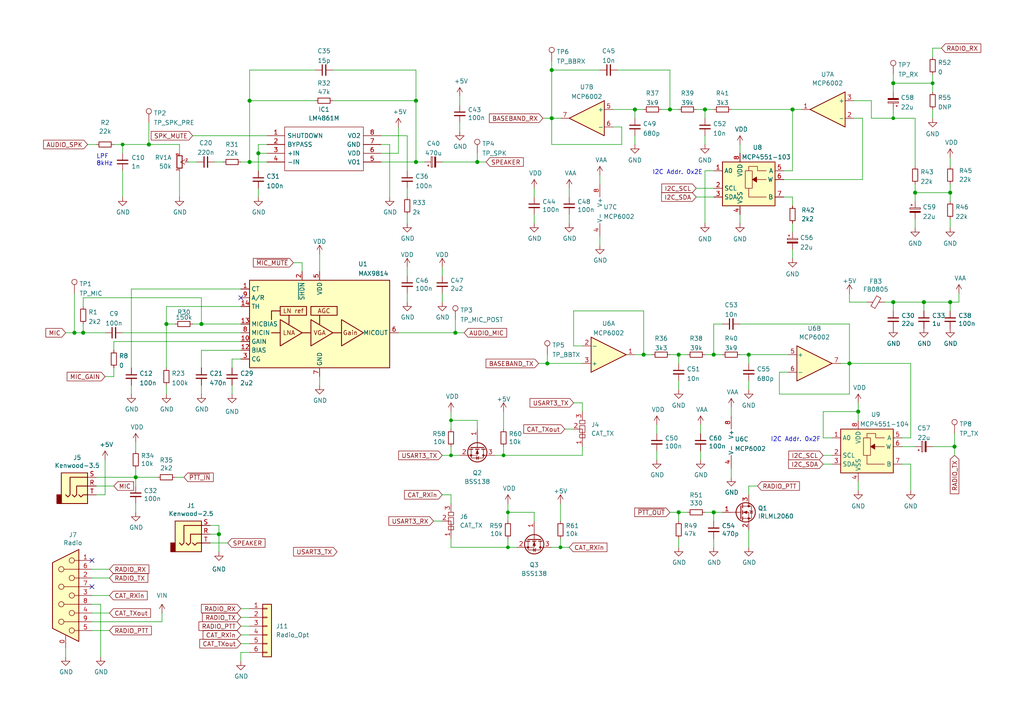
<source format=kicad_sch>
(kicad_sch (version 20211123) (generator eeschema)
  (paper "A4")
  (junction (at 130.81 121.92))
  (junction (at 275.59 87.63) (diameter 1.016))
  (junction (at 74.93 44.45) (diameter 1.016))
  (junction (at 196.85 102.87) (diameter 1.016))
  (junction (at 186.69 102.87) (diameter 1.016))
  (junction (at 24.13 96.52) (diameter 1.016))
  (junction (at 259.08 87.63) (diameter 1.016))
  (junction (at 21.59 96.52) (diameter 1.016))
  (junction (at 132.08 96.52) (diameter 1.016))
  (junction (at 259.08 24.13) (diameter 1.016))
  (junction (at 162.56 158.75))
  (junction (at 120.65 46.99) (diameter 1.016))
  (junction (at 275.59 55.88) (diameter 1.016))
  (junction (at 146.05 132.08))
  (junction (at 147.32 148.59))
  (junction (at 229.87 31.75) (diameter 1.016))
  (junction (at 35.56 41.91))
  (junction (at 265.43 55.88) (diameter 1.016))
  (junction (at 246.38 105.41) (diameter 1.016))
  (junction (at 207.01 102.87) (diameter 1.016))
  (junction (at 160.02 34.29) (diameter 1.016))
  (junction (at 48.26 93.98) (diameter 1.016))
  (junction (at 267.97 87.63) (diameter 1.016))
  (junction (at 248.92 119.38) (diameter 1.016))
  (junction (at 43.18 41.91) (diameter 1.016))
  (junction (at 147.32 158.75))
  (junction (at 158.75 105.41) (diameter 1.016))
  (junction (at 63.5 154.94) (diameter 1.016))
  (junction (at 160.02 20.32) (diameter 1.016))
  (junction (at 207.01 148.59) (diameter 1.016))
  (junction (at 184.15 31.75) (diameter 1.016))
  (junction (at 204.47 31.75) (diameter 1.016))
  (junction (at 276.86 129.54) (diameter 1.016))
  (junction (at 217.17 102.87) (diameter 1.016))
  (junction (at 72.39 46.99) (diameter 1.016))
  (junction (at 130.81 132.08))
  (junction (at 138.43 46.99) (diameter 1.016))
  (junction (at 270.51 24.13))
  (junction (at 196.85 148.59) (diameter 1.016))
  (junction (at 39.37 138.43) (diameter 1.016))
  (junction (at 72.39 29.21) (diameter 1.016))
  (junction (at 194.31 31.75) (diameter 1.016))
  (junction (at 259.08 34.29))
  (junction (at 120.65 29.21) (diameter 1.016))
  (junction (at 58.42 93.98) (diameter 1.016))
  (no_connect (at 26.67 170.18))
  (no_connect (at 26.67 162.56))
  (no_connect (at 69.85 86.36))
  (wire (pts (xy 48.26 93.98) (xy 50.8 93.98)))
  (wire (pts (xy 69.85 179.07) (xy 72.39 179.07)))
  (wire (pts (xy 128.27 143.51) (xy 130.81 143.51)))
  (wire (pts (xy 19.05 187.96) (xy 19.05 190.5)))
  (wire (pts (xy 179.07 20.32) (xy 194.31 20.32)))
  (wire (pts (xy 217.17 102.87) (xy 228.6 102.87)))
  (wire (pts (xy 29.21 175.26) (xy 29.21 190.5)))
  (wire (pts (xy 27.94 138.43) (xy 39.37 138.43)))
  (wire (pts (xy 147.32 146.05) (xy 147.32 148.59)))
  (wire (pts (xy 154.94 148.59) (xy 154.94 151.13)))
  (wire (pts (xy 276.86 129.54) (xy 276.86 132.08)))
  (wire (pts (xy 196.85 148.59) (xy 199.39 148.59)))
  (wire (pts (xy 69.85 189.23) (xy 69.85 191.77)))
  (wire (pts (xy 227.33 52.07) (xy 250.19 52.07)))
  (wire (pts (xy 250.19 34.29) (xy 247.65 34.29)))
  (wire (pts (xy 250.19 52.07) (xy 250.19 34.29)))
  (wire (pts (xy 143.51 132.08) (xy 146.05 132.08)))
  (wire (pts (xy 74.93 44.45) (xy 74.93 49.53)))
  (wire (pts (xy 238.76 132.08) (xy 241.3 132.08)))
  (wire (pts (xy 160.02 34.29) (xy 160.02 41.91)))
  (wire (pts (xy 160.02 41.91) (xy 180.34 41.91)))
  (wire (pts (xy 180.34 36.83) (xy 177.8 36.83)))
  (wire (pts (xy 180.34 41.91) (xy 180.34 36.83)))
  (wire (pts (xy 247.65 29.21) (xy 252.73 29.21)))
  (wire (pts (xy 273.05 13.97) (xy 270.51 13.97)))
  (wire (pts (xy 275.59 87.63) (xy 278.13 87.63)))
  (wire (pts (xy 72.39 20.32) (xy 72.39 29.21)))
  (wire (pts (xy 72.39 29.21) (xy 72.39 46.99)))
  (wire (pts (xy 133.35 27.94) (xy 133.35 30.48)))
  (wire (pts (xy 58.42 111.76) (xy 58.42 114.3)))
  (wire (pts (xy 184.15 39.37) (xy 184.15 41.91)))
  (wire (pts (xy 246.38 105.41) (xy 264.16 105.41)))
  (wire (pts (xy 168.91 129.54) (xy 168.91 132.08)))
  (wire (pts (xy 162.56 158.75) (xy 165.1 158.75)))
  (wire (pts (xy 184.15 31.75) (xy 184.15 34.29)))
  (wire (pts (xy 177.8 31.75) (xy 184.15 31.75)))
  (wire (pts (xy 26.67 165.1) (xy 31.75 165.1)))
  (wire (pts (xy 275.59 63.5) (xy 275.59 66.04)))
  (wire (pts (xy 130.81 143.51) (xy 130.81 146.05)))
  (wire (pts (xy 128.27 132.08) (xy 130.81 132.08)))
  (wire (pts (xy 62.23 46.99) (xy 64.77 46.99)))
  (wire (pts (xy 33.02 106.68) (xy 33.02 109.22)))
  (wire (pts (xy 160.02 34.29) (xy 160.02 20.32)))
  (wire (pts (xy 26.67 182.88) (xy 31.75 182.88)))
  (wire (pts (xy 60.96 154.94) (xy 63.5 154.94)))
  (wire (pts (xy 35.56 41.91) (xy 43.18 41.91)))
  (wire (pts (xy 130.81 132.08) (xy 133.35 132.08)))
  (wire (pts (xy 43.18 41.91) (xy 52.07 41.91)))
  (wire (pts (xy 52.07 44.45) (xy 52.07 41.91)))
  (wire (pts (xy 26.67 167.64) (xy 31.75 167.64)))
  (wire (pts (xy 256.54 87.63) (xy 259.08 87.63)))
  (wire (pts (xy 85.09 76.2) (xy 87.63 76.2)))
  (wire (pts (xy 87.63 78.74) (xy 87.63 76.2)))
  (wire (pts (xy 21.59 96.52) (xy 24.13 96.52)))
  (wire (pts (xy 19.05 96.52) (xy 21.59 96.52)))
  (wire (pts (xy 275.59 87.63) (xy 275.59 90.17)))
  (wire (pts (xy 217.17 153.67) (xy 217.17 158.75)))
  (wire (pts (xy 69.85 176.53) (xy 72.39 176.53)))
  (wire (pts (xy 33.02 99.06) (xy 69.85 99.06)))
  (wire (pts (xy 160.02 34.29) (xy 162.56 34.29)))
  (wire (pts (xy 157.48 34.29) (xy 160.02 34.29)))
  (wire (pts (xy 146.05 132.08) (xy 146.05 129.54)))
  (wire (pts (xy 163.83 124.46) (xy 166.37 124.46)))
  (wire (pts (xy 26.67 175.26) (xy 29.21 175.26)))
  (wire (pts (xy 128.27 77.47) (xy 128.27 80.01)))
  (wire (pts (xy 26.67 177.8) (xy 31.75 177.8)))
  (wire (pts (xy 203.2 130.81) (xy 203.2 133.35)))
  (wire (pts (xy 118.11 77.47) (xy 118.11 80.01)))
  (wire (pts (xy 25.4 41.91) (xy 27.94 41.91)))
  (wire (pts (xy 190.5 123.19) (xy 190.5 125.73)))
  (wire (pts (xy 204.47 148.59) (xy 207.01 148.59)))
  (wire (pts (xy 259.08 87.63) (xy 259.08 90.17)))
  (wire (pts (xy 48.26 111.76) (xy 48.26 114.3)))
  (wire (pts (xy 43.18 35.56) (xy 43.18 41.91)))
  (wire (pts (xy 173.99 50.8) (xy 173.99 53.34)))
  (wire (pts (xy 58.42 93.98) (xy 69.85 93.98)))
  (wire (pts (xy 55.88 93.98) (xy 58.42 93.98)))
  (wire (pts (xy 132.08 96.52) (xy 132.08 92.71)))
  (wire (pts (xy 134.62 96.52) (xy 132.08 96.52)))
  (wire (pts (xy 201.93 31.75) (xy 204.47 31.75)))
  (wire (pts (xy 204.47 31.75) (xy 204.47 34.29)))
  (wire (pts (xy 55.88 39.37) (xy 77.47 39.37)))
  (wire (pts (xy 265.43 53.34) (xy 265.43 55.88)))
  (wire (pts (xy 265.43 55.88) (xy 265.43 58.42)))
  (wire (pts (xy 38.1 83.82) (xy 38.1 106.68)))
  (wire (pts (xy 69.85 83.82) (xy 38.1 83.82)))
  (wire (pts (xy 261.62 134.62) (xy 264.16 134.62)))
  (wire (pts (xy 264.16 134.62) (xy 264.16 142.24)))
  (wire (pts (xy 24.13 86.36) (xy 58.42 86.36)))
  (wire (pts (xy 196.85 110.49) (xy 196.85 113.03)))
  (wire (pts (xy 26.67 172.72) (xy 31.75 172.72)))
  (wire (pts (xy 54.61 46.99) (xy 57.15 46.99)))
  (wire (pts (xy 246.38 87.63) (xy 246.38 85.09)))
  (wire (pts (xy 147.32 158.75) (xy 149.86 158.75)))
  (wire (pts (xy 96.52 29.21) (xy 120.65 29.21)))
  (wire (pts (xy 194.31 148.59) (xy 196.85 148.59)))
  (wire (pts (xy 39.37 135.89) (xy 39.37 138.43)))
  (wire (pts (xy 67.31 104.14) (xy 67.31 106.68)))
  (wire (pts (xy 69.85 104.14) (xy 67.31 104.14)))
  (wire (pts (xy 92.71 73.66) (xy 92.71 78.74)))
  (wire (pts (xy 165.1 54.61) (xy 165.1 57.15)))
  (wire (pts (xy 154.94 54.61) (xy 154.94 57.15)))
  (wire (pts (xy 212.09 31.75) (xy 229.87 31.75)))
  (wire (pts (xy 229.87 49.53) (xy 227.33 49.53)))
  (wire (pts (xy 229.87 31.75) (xy 229.87 49.53)))
  (wire (pts (xy 35.56 49.53) (xy 35.56 57.15)))
  (wire (pts (xy 212.09 118.11) (xy 212.09 120.65)))
  (wire (pts (xy 120.65 46.99) (xy 123.19 46.99)))
  (wire (pts (xy 130.81 129.54) (xy 130.81 132.08)))
  (wire (pts (xy 201.93 54.61) (xy 207.01 54.61)))
  (wire (pts (xy 72.39 189.23) (xy 69.85 189.23)))
  (wire (pts (xy 196.85 102.87) (xy 196.85 105.41)))
  (wire (pts (xy 252.73 34.29) (xy 259.08 34.29)))
  (wire (pts (xy 24.13 86.36) (xy 24.13 88.9)))
  (wire (pts (xy 118.11 62.23) (xy 118.11 64.77)))
  (wire (pts (xy 217.17 102.87) (xy 217.17 105.41)))
  (wire (pts (xy 214.63 102.87) (xy 217.17 102.87)))
  (wire (pts (xy 270.51 24.13) (xy 270.51 26.67)))
  (wire (pts (xy 259.08 87.63) (xy 267.97 87.63)))
  (wire (pts (xy 276.86 129.54) (xy 276.86 125.73)))
  (wire (pts (xy 50.8 138.43) (xy 53.34 138.43)))
  (wire (pts (xy 138.43 46.99) (xy 138.43 44.45)))
  (wire (pts (xy 140.97 46.99) (xy 138.43 46.99)))
  (wire (pts (xy 191.77 31.75) (xy 194.31 31.75)))
  (wire (pts (xy 194.31 31.75) (xy 196.85 31.75)))
  (wire (pts (xy 196.85 151.13) (xy 196.85 148.59)))
  (wire (pts (xy 212.09 138.43) (xy 212.09 135.89)))
  (wire (pts (xy 201.93 57.15) (xy 207.01 57.15)))
  (wire (pts (xy 128.27 46.99) (xy 138.43 46.99)))
  (wire (pts (xy 160.02 20.32) (xy 173.99 20.32)))
  (wire (pts (xy 166.37 116.84) (xy 168.91 116.84)))
  (wire (pts (xy 194.31 102.87) (xy 196.85 102.87)))
  (wire (pts (xy 196.85 102.87) (xy 199.39 102.87)))
  (wire (pts (xy 207.01 102.87) (xy 207.01 93.98)))
  (wire (pts (xy 207.01 93.98) (xy 209.55 93.98)))
  (wire (pts (xy 35.56 96.52) (xy 69.85 96.52)))
  (wire (pts (xy 259.08 24.13) (xy 270.51 24.13)))
  (wire (pts (xy 259.08 26.67) (xy 259.08 24.13)))
  (wire (pts (xy 267.97 87.63) (xy 275.59 87.63)))
  (wire (pts (xy 118.11 85.09) (xy 118.11 87.63)))
  (wire (pts (xy 63.5 154.94) (xy 63.5 160.02)))
  (wire (pts (xy 39.37 138.43) (xy 39.37 140.97)))
  (wire (pts (xy 26.67 180.34) (xy 46.99 180.34)))
  (wire (pts (xy 204.47 39.37) (xy 204.47 41.91)))
  (wire (pts (xy 207.01 102.87) (xy 209.55 102.87)))
  (wire (pts (xy 204.47 102.87) (xy 207.01 102.87)))
  (wire (pts (xy 259.08 34.29) (xy 259.08 31.75)))
  (wire (pts (xy 38.1 111.76) (xy 38.1 114.3)))
  (wire (pts (xy 146.05 119.38) (xy 146.05 124.46)))
  (wire (pts (xy 217.17 140.97) (xy 219.71 140.97)))
  (wire (pts (xy 229.87 72.39) (xy 229.87 74.93)))
  (wire (pts (xy 259.08 21.59) (xy 259.08 24.13)))
  (wire (pts (xy 207.01 148.59) (xy 209.55 148.59)))
  (wire (pts (xy 226.06 107.95) (xy 226.06 114.3)))
  (wire (pts (xy 226.06 114.3) (xy 246.38 114.3)))
  (wire (pts (xy 228.6 107.95) (xy 226.06 107.95)))
  (wire (pts (xy 246.38 105.41) (xy 243.84 105.41)))
  (wire (pts (xy 246.38 114.3) (xy 246.38 105.41)))
  (wire (pts (xy 168.91 116.84) (xy 168.91 119.38)))
  (wire (pts (xy 203.2 123.19) (xy 203.2 125.73)))
  (wire (pts (xy 173.99 68.58) (xy 173.99 71.12)))
  (wire (pts (xy 217.17 143.51) (xy 217.17 140.97)))
  (wire (pts (xy 133.35 35.56) (xy 133.35 38.1)))
  (wire (pts (xy 229.87 64.77) (xy 229.87 67.31)))
  (wire (pts (xy 275.59 53.34) (xy 275.59 55.88)))
  (wire (pts (xy 35.56 41.91) (xy 35.56 44.45)))
  (wire (pts (xy 46.99 177.8) (xy 46.99 180.34)))
  (wire (pts (xy 128.27 85.09) (xy 128.27 87.63)))
  (wire (pts (xy 252.73 29.21) (xy 252.73 34.29)))
  (wire (pts (xy 270.51 31.75) (xy 270.51 34.29)))
  (wire (pts (xy 110.49 39.37) (xy 118.11 39.37)))
  (wire (pts (xy 118.11 39.37) (xy 118.11 49.53)))
  (wire (pts (xy 184.15 31.75) (xy 186.69 31.75)))
  (wire (pts (xy 251.46 87.63) (xy 246.38 87.63)))
  (wire (pts (xy 194.31 20.32) (xy 194.31 31.75)))
  (wire (pts (xy 196.85 156.21) (xy 196.85 158.75)))
  (wire (pts (xy 27.94 140.97) (xy 33.02 140.97)))
  (wire (pts (xy 39.37 138.43) (xy 45.72 138.43)))
  (wire (pts (xy 60.96 152.4) (xy 63.5 152.4)))
  (wire (pts (xy 63.5 152.4) (xy 63.5 154.94)))
  (wire (pts (xy 72.39 46.99) (xy 77.47 46.99)))
  (wire (pts (xy 69.85 46.99) (xy 72.39 46.99)))
  (wire (pts (xy 69.85 181.61) (xy 72.39 181.61)))
  (wire (pts (xy 227.33 57.15) (xy 229.87 57.15)))
  (wire (pts (xy 229.87 57.15) (xy 229.87 59.69)))
  (wire (pts (xy 39.37 128.27) (xy 39.37 130.81)))
  (wire (pts (xy 267.97 87.63) (xy 267.97 90.17)))
  (wire (pts (xy 125.73 151.13) (xy 128.27 151.13)))
  (wire (pts (xy 264.16 105.41) (xy 264.16 127)))
  (wire (pts (xy 147.32 156.21) (xy 147.32 158.75)))
  (wire (pts (xy 165.1 62.23) (xy 165.1 64.77)))
  (wire (pts (xy 21.59 85.09) (xy 21.59 96.52)))
  (wire (pts (xy 217.17 110.49) (xy 217.17 113.03)))
  (wire (pts (xy 160.02 158.75) (xy 162.56 158.75)))
  (wire (pts (xy 115.57 96.52) (xy 132.08 96.52)))
  (wire (pts (xy 278.13 87.63) (xy 278.13 85.09)))
  (wire (pts (xy 207.01 148.59) (xy 207.01 151.13)))
  (wire (pts (xy 265.43 34.29) (xy 259.08 34.29)))
  (wire (pts (xy 110.49 46.99) (xy 120.65 46.99)))
  (wire (pts (xy 138.43 121.92) (xy 138.43 124.46)))
  (wire (pts (xy 248.92 139.7) (xy 248.92 142.24)))
  (wire (pts (xy 52.07 49.53) (xy 52.07 57.15)))
  (wire (pts (xy 261.62 129.54) (xy 265.43 129.54)))
  (wire (pts (xy 147.32 148.59) (xy 154.94 148.59)))
  (wire (pts (xy 27.94 143.51) (xy 30.48 143.51)))
  (wire (pts (xy 264.16 127) (xy 261.62 127)))
  (wire (pts (xy 72.39 29.21) (xy 91.44 29.21)))
  (wire (pts (xy 58.42 93.98) (xy 58.42 86.36)))
  (wire (pts (xy 33.02 41.91) (xy 35.56 41.91)))
  (wire (pts (xy 77.47 44.45) (xy 74.93 44.45)))
  (wire (pts (xy 74.93 41.91) (xy 77.47 41.91)))
  (wire (pts (xy 74.93 44.45) (xy 74.93 41.91)))
  (wire (pts (xy 58.42 101.6) (xy 58.42 106.68)))
  (wire (pts (xy 69.85 101.6) (xy 58.42 101.6)))
  (wire (pts (xy 92.71 109.22) (xy 92.71 111.76)))
  (wire (pts (xy 67.31 111.76) (xy 67.31 114.3)))
  (wire (pts (xy 238.76 134.62) (xy 241.3 134.62)))
  (wire (pts (xy 214.63 41.91) (xy 214.63 44.45)))
  (wire (pts (xy 130.81 156.21) (xy 130.81 158.75)))
  (wire (pts (xy 275.59 45.72) (xy 275.59 48.26)))
  (wire (pts (xy 72.39 20.32) (xy 91.44 20.32)))
  (wire (pts (xy 160.02 17.78) (xy 160.02 20.32)))
  (wire (pts (xy 186.69 102.87) (xy 184.15 102.87)))
  (wire (pts (xy 186.69 90.17) (xy 186.69 102.87)))
  (wire (pts (xy 166.37 90.17) (xy 186.69 90.17)))
  (wire (pts (xy 168.91 100.33) (xy 166.37 100.33)))
  (wire (pts (xy 166.37 100.33) (xy 166.37 90.17)))
  (wire (pts (xy 158.75 105.41) (xy 168.91 105.41)))
  (wire (pts (xy 270.51 21.59) (xy 270.51 24.13)))
  (wire (pts (xy 214.63 62.23) (xy 214.63 64.77)))
  (wire (pts (xy 96.52 20.32) (xy 120.65 20.32)))
  (wire (pts (xy 120.65 20.32) (xy 120.65 29.21)))
  (wire (pts (xy 120.65 29.21) (xy 120.65 46.99)))
  (wire (pts (xy 265.43 63.5) (xy 265.43 66.04)))
  (wire (pts (xy 190.5 130.81) (xy 190.5 133.35)))
  (wire (pts (xy 130.81 158.75) (xy 147.32 158.75)))
  (wire (pts (xy 130.81 119.38) (xy 130.81 121.92)))
  (wire (pts (xy 229.87 31.75) (xy 232.41 31.75)))
  (wire (pts (xy 146.05 132.08) (xy 168.91 132.08)))
  (wire (pts (xy 207.01 49.53) (xy 204.47 49.53)))
  (wire (pts (xy 204.47 49.53) (xy 204.47 64.77)))
  (wire (pts (xy 156.21 105.41) (xy 158.75 105.41)))
  (wire (pts (xy 158.75 105.41) (xy 158.75 102.87)))
  (wire (pts (xy 204.47 31.75) (xy 207.01 31.75)))
  (wire (pts (xy 265.43 34.29) (xy 265.43 48.26)))
  (wire (pts (xy 69.85 186.69) (xy 72.39 186.69)))
  (wire (pts (xy 238.76 119.38) (xy 248.92 119.38)))
  (wire (pts (xy 238.76 127) (xy 238.76 119.38)))
  (wire (pts (xy 241.3 127) (xy 238.76 127)))
  (wire (pts (xy 248.92 119.38) (xy 248.92 121.92)))
  (wire (pts (xy 110.49 41.91) (xy 113.03 41.91)))
  (wire (pts (xy 113.03 41.91) (xy 113.03 57.15)))
  (wire (pts (xy 30.48 143.51) (xy 30.48 133.35)))
  (wire (pts (xy 48.26 93.98) (xy 48.26 106.68)))
  (wire (pts (xy 48.26 88.9) (xy 48.26 93.98)))
  (wire (pts (xy 69.85 88.9) (xy 48.26 88.9)))
  (wire (pts (xy 248.92 116.84) (xy 248.92 119.38)))
  (wire (pts (xy 33.02 99.06) (xy 33.02 101.6)))
  (wire (pts (xy 270.51 129.54) (xy 276.86 129.54)))
  (wire (pts (xy 24.13 93.98) (xy 24.13 96.52)))
  (wire (pts (xy 24.13 96.52) (xy 30.48 96.52)))
  (wire (pts (xy 110.49 44.45) (xy 115.57 44.45)))
  (wire (pts (xy 115.57 36.83) (xy 115.57 44.45)))
  (wire (pts (xy 246.38 93.98) (xy 246.38 105.41)))
  (wire (pts (xy 214.63 93.98) (xy 246.38 93.98)))
  (wire (pts (xy 265.43 55.88) (xy 275.59 55.88)))
  (wire (pts (xy 275.59 55.88) (xy 275.59 58.42)))
  (wire (pts (xy 154.94 62.23) (xy 154.94 64.77)))
  (wire (pts (xy 130.81 121.92) (xy 138.43 121.92)))
  (wire (pts (xy 207.01 156.21) (xy 207.01 158.75)))
  (wire (pts (xy 69.85 184.15) (xy 72.39 184.15)))
  (wire (pts (xy 130.81 121.92) (xy 130.81 124.46)))
  (wire (pts (xy 74.93 54.61) (xy 74.93 57.15)))
  (wire (pts (xy 66.04 157.48) (xy 60.96 157.48)))
  (wire (pts (xy 39.37 146.05) (xy 39.37 148.59)))
  (wire (pts (xy 147.32 148.59) (xy 147.32 151.13)))
  (wire (pts (xy 270.51 13.97) (xy 270.51 16.51)))
  (wire (pts (xy 30.48 109.22) (xy 33.02 109.22)))
  (wire (pts (xy 186.69 102.87) (xy 189.23 102.87)))
  (wire (pts (xy 162.56 158.75) (xy 162.56 156.21)))
  (wire (pts (xy 118.11 54.61) (xy 118.11 57.15)))
  (wire (pts (xy 162.56 146.05) (xy 162.56 151.13)))
  (text "I2C Addr. 0x2E" (at 189.23 50.8 0) (effects (font (size 1.27 1.27)) (justify left bottom)))
  (text "LPF\n8kHz" (at 27.94 48.26 0) (effects (font (size 1.27 1.27)) (justify left bottom)))
  (text "I2C Addr. 0x2F" (at 223.52 128.27 0) (effects (font (size 1.27 1.27)) (justify left bottom)))
  (global_label "CAT_TXout" (shape input) (at 31.75 177.8 0) (property "Intersheet References" "${INTERSHEET_REFS}" (effects hide)))
  (global_label "RADIO_RX" (shape input) (at 31.75 165.1 0) (property "Intersheet References" "${INTERSHEET_REFS}" (effects hide)))
  (global_label "MIC" (shape input) (at 19.05 96.52 180) (property "Intersheet References" "${INTERSHEET_REFS}" (effects hide)))
  (global_label "I2C_SCL" (shape input) (at 201.93 54.61 180) (property "Intersheet References" "${INTERSHEET_REFS}" (effects hide)))
  (global_label "USART3_TX" (shape input) (at 128.27 132.08 180) (property "Intersheet References" "${INTERSHEET_REFS}" (effects hide)))
  (global_label "MIC" (shape input) (at 33.02 140.97 0) (property "Intersheet References" "${INTERSHEET_REFS}" (effects hide)))
  (global_label "~{MIC_MUTE}" (shape input) (at 85.09 76.2 180) (property "Intersheet References" "${INTERSHEET_REFS}" (effects hide)))
  (global_label "I2C_SDA" (shape input) (at 238.76 134.62 180) (property "Intersheet References" "${INTERSHEET_REFS}" (effects hide)))
  (global_label "RADIO_TX" (shape input) (at 31.75 167.64 0) (property "Intersheet References" "${INTERSHEET_REFS}" (effects hide)))
  (global_label "RADIO_PTT" (shape input) (at 31.75 182.88 0) (property "Intersheet References" "${INTERSHEET_REFS}" (effects hide)))
  (global_label "~{PTT_IN}" (shape input) (at 53.34 138.43 0) (property "Intersheet References" "${INTERSHEET_REFS}" (effects hide)))
  (global_label "RADIO_TX" (shape input) (at 69.85 179.07 180) (property "Intersheet References" "${INTERSHEET_REFS}" (effects hide)))
  (global_label "CAT_RXin" (shape input) (at 69.85 184.15 180) (property "Intersheet References" "${INTERSHEET_REFS}" (effects hide)))
  (global_label "CAT_TXout" (shape input) (at 69.85 186.69 180) (property "Intersheet References" "${INTERSHEET_REFS}" (effects hide)))
  (global_label "CAT_RXin" (shape input) (at 128.27 143.51 180) (property "Intersheet References" "${INTERSHEET_REFS}" (effects hide)))
  (global_label "CAT_RXin" (shape input) (at 165.1 158.75 0) (property "Intersheet References" "${INTERSHEET_REFS}" (effects hide)))
  (global_label "RADIO_PTT" (shape input) (at 219.71 140.97 0) (property "Intersheet References" "${INTERSHEET_REFS}" (effects hide)))
  (global_label "RADIO_RX" (shape input) (at 273.05 13.97 0) (property "Intersheet References" "${INTERSHEET_REFS}" (effects hide)))
  (global_label "CAT_RXin" (shape input) (at 31.75 172.72 0) (property "Intersheet References" "${INTERSHEET_REFS}" (effects hide)))
  (global_label "USART3_TX" (shape input) (at 97.79 160.02 180) (property "Intersheet References" "${INTERSHEET_REFS}" (effects hide)))
  (global_label "RADIO_PTT" (shape input) (at 69.85 181.61 180) (property "Intersheet References" "${INTERSHEET_REFS}" (effects hide)))
  (global_label "~{PTT_OUT}" (shape input) (at 194.31 148.59 180) (property "Intersheet References" "${INTERSHEET_REFS}" (effects hide)))
  (global_label "I2C_SCL" (shape input) (at 238.76 132.08 180) (property "Intersheet References" "${INTERSHEET_REFS}" (effects hide)))
  (global_label "MIC_GAIN" (shape input) (at 30.48 109.22 180) (property "Intersheet References" "${INTERSHEET_REFS}" (effects hide)))
  (global_label "AUDIO_SPK" (shape input) (at 25.4 41.91 180) (property "Intersheet References" "${INTERSHEET_REFS}" (effects hide)))
  (global_label "I2C_SDA" (shape input) (at 201.93 57.15 180) (property "Intersheet References" "${INTERSHEET_REFS}" (effects hide)))
  (global_label "CAT_TXout" (shape input) (at 163.83 124.46 180) (property "Intersheet References" "${INTERSHEET_REFS}" (effects hide)))
  (global_label "BASEBAND_RX" (shape input) (at 157.48 34.29 180) (property "Intersheet References" "${INTERSHEET_REFS}" (effects hide)))
  (global_label "RADIO_RX" (shape input) (at 69.85 176.53 180) (property "Intersheet References" "${INTERSHEET_REFS}" (effects hide)))
  (global_label "RADIO_TX" (shape input) (at 276.86 132.08 270) (property "Intersheet References" "${INTERSHEET_REFS}" (effects hide)))
  (global_label "USART3_TX" (shape input) (at 166.37 116.84 180) (property "Intersheet References" "${INTERSHEET_REFS}" (effects hide)))
  (global_label "AUDIO_MIC" (shape input) (at 134.62 96.52 0) (property "Intersheet References" "${INTERSHEET_REFS}" (effects hide)))
  (global_label "SPEAKER" (shape input) (at 140.97 46.99 0) (property "Intersheet References" "${INTERSHEET_REFS}" (effects hide)))
  (global_label "BASEBAND_TX" (shape input) (at 156.21 105.41 180) (property "Intersheet References" "${INTERSHEET_REFS}" (effects hide)))
  (global_label "USART3_RX" (shape input) (at 125.73 151.13 180) (property "Intersheet References" "${INTERSHEET_REFS}" (effects hide)))
  (global_label "SPEAKER" (shape input) (at 66.04 157.48 0) (property "Intersheet References" "${INTERSHEET_REFS}" (effects hide)))
  (global_label "SPK_MUTE" (shape input) (at 55.88 39.37 180) (property "Intersheet References" "${INTERSHEET_REFS}" (effects hide)))
  (symbol (lib_id "Device:Ferrite_Bead_Small") (at 254 87.63 270) (unit 1)
    (property "Reference" "FB3" (at 254 81.6102 90))
    (property "Value" "FB0805" (at 254 83.9216 90))
    (property "Footprint" "pkl_dipol:L_0805" (effects hide))
  )
  (symbol (lib_id "pkl_device:pkl_C_Small") (at 259.08 92.71 0) (unit 1)
    (property "Reference" "C30" (at 261.4168 91.5416 0) (effects (justify left)))
    (property "Value" "22u" (at 261.4168 93.853 0) (effects (justify left)))
    (property "Footprint" "pkl_dipol:C_0603" (effects hide))
  )
  (symbol (lib_id "pkl_device:pkl_C_Small") (at 267.97 92.71 0) (unit 1)
    (property "Reference" "C33" (at 270.3068 91.5416 0) (effects (justify left)))
    (property "Value" "1u" (at 270.3068 93.853 0) (effects (justify left)))
    (property "Footprint" "pkl_dipol:C_0603" (effects hide))
  )
  (symbol (lib_id "pkl_device:pkl_C_Small") (at 275.59 92.71 0) (unit 1)
    (property "Reference" "C38" (at 277.9268 91.5416 0) (effects (justify left)))
    (property "Value" "100n" (at 277.9268 93.853 0) (effects (justify left)))
    (property "Footprint" "pkl_dipol:C_0603" (effects hide))
  )
  (symbol (lib_id "power:GND") (at 259.08 95.25 0) (unit 1)
    (property "Reference" "#PWR069" (effects hide))
    (property "Value" "GND" (at 259.207 99.6442 0))
  )
  (symbol (lib_id "power:GND") (at 267.97 95.25 0) (unit 1)
    (property "Reference" "#PWR075" (effects hide))
    (property "Value" "GND" (at 268.097 99.6442 0))
  )
  (symbol (lib_id "power:GND") (at 275.59 95.25 0) (unit 1)
    (property "Reference" "#PWR077" (effects hide))
    (property "Value" "GND" (at 275.717 99.6442 0))
  )
  (symbol (lib_id "power:VAA") (at 278.13 85.09 0) (unit 1)
    (property "Reference" "#PWR079" (effects hide))
    (property "Value" "VAA" (at 278.511 80.6958 0))
  )
  (symbol (lib_id "pkl_device:pkl_C_Small") (at 118.11 82.55 0) (unit 1)
    (property "Reference" "C46" (at 120.4468 81.3816 0) (effects (justify left)))
    (property "Value" "100n" (at 120.4468 83.693 0) (effects (justify left)))
    (property "Footprint" "pkl_dipol:C_0603" (effects hide))
  )
  (symbol (lib_id "pkl_device:pkl_C_Small") (at 128.27 82.55 0) (unit 1)
    (property "Reference" "C47" (at 130.6068 81.3816 0) (effects (justify left)))
    (property "Value" "2u2" (at 130.6068 83.693 0) (effects (justify left)))
    (property "Footprint" "pkl_dipol:C_0603" (effects hide))
  )
  (symbol (lib_id "power:GND") (at 118.11 87.63 0) (unit 1)
    (property "Reference" "#PWR095" (effects hide))
    (property "Value" "GND" (at 118.237 92.0242 0))
  )
  (symbol (lib_id "power:GND") (at 128.27 87.63 0) (unit 1)
    (property "Reference" "#PWR098" (effects hide))
    (property "Value" "GND" (at 128.397 92.0242 0))
  )
  (symbol (lib_id "power:+5V") (at 133.35 27.94 0) (unit 1)
    (property "Reference" "#PWR089" (effects hide))
    (property "Value" "+5V" (at 133.731 23.5458 0))
  )
  (symbol (lib_id "pkl_device:pkl_C_Small") (at 133.35 33.02 0) (unit 1)
    (property "Reference" "C43" (at 135.6868 31.8516 0) (effects (justify left)))
    (property "Value" "100n" (at 135.6868 34.163 0) (effects (justify left)))
    (property "Footprint" "pkl_dipol:C_0603" (effects hide))
  )
  (symbol (lib_id "power:GND") (at 133.35 38.1 0) (unit 1)
    (property "Reference" "#PWR090" (effects hide))
    (property "Value" "GND" (at 133.477 42.4942 0))
  )
  (symbol (lib_id "Connector:AudioJack3") (at 22.86 140.97 0) (unit 1)
    (property "Reference" "J5" (at 22.4028 132.715 0))
    (property "Value" "Kenwood-3.5" (at 22.4028 135.0264 0))
    (property "Footprint" "M17-SmartMic:PJ-3136-B" (effects hide))
  )
  (symbol (lib_id "power:GND") (at 63.5 160.02 0) (unit 1)
    (property "Reference" "#PWR067" (effects hide))
    (property "Value" "GND" (at 63.5 165.1 0))
  )
  (symbol (lib_id "power:+5V") (at 30.48 133.35 0) (unit 1)
    (property "Reference" "#PWR068" (effects hide))
    (property "Value" "+5V" (at 30.861 128.9558 0))
  )
  (symbol (lib_id "pkl_device:pkl_R_Small") (at 39.37 133.35 0) (unit 1)
    (property "Reference" "R34" (at 40.8686 132.1816 0) (effects (justify left)))
    (property "Value" "10k" (at 40.8686 134.493 0) (effects (justify left)))
    (property "Footprint" "pkl_dipol:R_0603" (effects hide))
  )
  (symbol (lib_id "power:VDD") (at 39.37 128.27 0) (unit 1)
    (property "Reference" "#PWR072" (effects hide))
    (property "Value" "VDD" (at 39.751 123.8758 0))
  )
  (symbol (lib_id "pkl_device:pkl_C_Small") (at 39.37 143.51 0) (unit 1)
    (property "Reference" "C32" (at 41.7068 142.3416 0) (effects (justify left)))
    (property "Value" "100n" (at 41.7068 144.653 0) (effects (justify left)))
    (property "Footprint" "pkl_dipol:C_0603" (effects hide))
  )
  (symbol (lib_id "power:GND") (at 39.37 148.59 0) (unit 1)
    (property "Reference" "#PWR073" (effects hide))
    (property "Value" "GND" (at 39.497 152.9842 0))
  )
  (symbol (lib_id "pkl_device:pkl_R_Small") (at 48.26 138.43 270) (unit 1)
    (property "Reference" "R35" (at 48.26 133.4516 90))
    (property "Value" "2k2" (at 48.26 135.763 90))
    (property "Footprint" "pkl_dipol:R_0603" (effects hide))
  )
  (symbol (lib_id "power:VAA") (at 173.99 50.8 0) (unit 1)
    (property "Reference" "#PWR0105" (effects hide))
    (property "Value" "VAA" (at 174.371 46.4058 0))
  )
  (symbol (lib_id "power:GND") (at 173.99 71.12 0) (unit 1)
    (property "Reference" "#PWR0106" (effects hide))
    (property "Value" "GND" (at 174.117 75.5142 0))
  )
  (symbol (lib_id "power:VAA") (at 212.09 118.11 0) (unit 1)
    (property "Reference" "#PWR0119" (effects hide))
    (property "Value" "VAA" (at 212.471 113.7158 0))
  )
  (symbol (lib_id "power:GND") (at 212.09 138.43 0) (unit 1)
    (property "Reference" "#PWR0120" (effects hide))
    (property "Value" "GND" (at 212.217 142.8242 0))
  )
  (symbol (lib_id "power:VAA") (at 165.1 54.61 0) (unit 1)
    (property "Reference" "#PWR0102" (effects hide))
    (property "Value" "VAA" (at 165.481 50.2158 0))
  )
  (symbol (lib_id "pkl_device:pkl_C_Small") (at 165.1 59.69 0) (unit 1)
    (property "Reference" "C48" (at 167.4368 58.5216 0) (effects (justify left)))
    (property "Value" "100n" (at 167.4368 60.833 0) (effects (justify left)))
    (property "Footprint" "pkl_dipol:C_0603" (effects hide))
  )
  (symbol (lib_id "power:GND") (at 165.1 64.77 0) (unit 1)
    (property "Reference" "#PWR0103" (effects hide))
    (property "Value" "GND" (at 165.227 69.1642 0))
  )
  (symbol (lib_id "power:VAA") (at 203.2 123.19 0) (unit 1)
    (property "Reference" "#PWR0116" (effects hide))
    (property "Value" "VAA" (at 203.581 118.7958 0))
  )
  (symbol (lib_id "pkl_device:pkl_C_Small") (at 203.2 128.27 0) (unit 1)
    (property "Reference" "C60" (at 205.5368 127.1016 0) (effects (justify left)))
    (property "Value" "100n" (at 205.5368 129.413 0) (effects (justify left)))
    (property "Footprint" "pkl_dipol:C_0603" (effects hide))
  )
  (symbol (lib_id "power:GND") (at 203.2 133.35 0) (unit 1)
    (property "Reference" "#PWR0117" (effects hide))
    (property "Value" "GND" (at 203.327 137.7442 0))
  )
  (symbol (lib_id "pkl_device:pkl_R_Small") (at 196.85 153.67 0) (unit 1)
    (property "Reference" "R49" (at 198.3486 152.5016 0) (effects (justify left)))
    (property "Value" "47k" (at 198.3486 154.813 0) (effects (justify left)))
    (property "Footprint" "pkl_dipol:R_0603" (effects hide))
  )
  (symbol (lib_id "pkl_device:pkl_R_Small") (at 201.93 148.59 270) (unit 1)
    (property "Reference" "R51" (at 201.93 143.6116 90))
    (property "Value" "330" (at 201.93 145.923 90))
    (property "Footprint" "pkl_dipol:R_0603" (effects hide))
  )
  (symbol (lib_id "pkl_device:pkl_C_Small") (at 207.01 153.67 0) (unit 1)
    (property "Reference" "C54" (at 209.3468 152.5016 0) (effects (justify left)))
    (property "Value" "470p" (at 209.3468 154.813 0) (effects (justify left)))
    (property "Footprint" "pkl_dipol:C_0603" (effects hide))
  )
  (symbol (lib_id "Transistor_FET:IRLML2060") (at 214.63 148.59 0) (unit 1)
    (property "Reference" "Q1" (at 219.8116 147.4216 0) (effects (justify left)))
    (property "Value" "IRLML2060" (at 219.8116 149.733 0) (effects (justify left)))
    (property "Footprint" "pkl_housings_sot:SOT-23" (effects hide))
    (property "Datasheet" "https://www.infineon.com/dgdl/irlml2060pbf.pdf?fileId=5546d462533600a401535664b7fb25ee" (effects hide))
  )
  (symbol (lib_id "power:GND") (at 196.85 158.75 0) (unit 1)
    (property "Reference" "#PWR0109" (effects hide))
    (property "Value" "GND" (at 196.977 163.1442 0))
  )
  (symbol (lib_id "power:GND") (at 207.01 158.75 0) (unit 1)
    (property "Reference" "#PWR0111" (effects hide))
    (property "Value" "GND" (at 207.137 163.1442 0))
  )
  (symbol (lib_id "power:GND") (at 217.17 158.75 0) (unit 1)
    (property "Reference" "#PWR0114" (effects hide))
    (property "Value" "GND" (at 217.297 163.1442 0))
  )
  (symbol (lib_id "Connector:DB9_Female_MountingHoles") (at 19.05 172.72 0) (mirror y) (unit 1)
    (property "Reference" "J7" (at 21.1328 155.1432 0))
    (property "Value" "Radio" (at 21.1328 157.4546 0))
    (property "Footprint" "Connector_Dsub:DSUB-9_Female_Horizontal_P2.77x2.84mm_EdgePinOffset4.94mm_Housed_MountingHolesOffset7.48mm" (effects hide))
    (property "Datasheet" " ~" (effects hide))
  )
  (symbol (lib_id "power:GND") (at 19.05 190.5 0) (unit 1)
    (property "Reference" "#PWR096" (effects hide))
    (property "Value" "GND" (at 19.177 194.8942 0))
  )
  (symbol (lib_id "power:GND") (at 29.21 190.5 0) (unit 1)
    (property "Reference" "#PWR099" (effects hide))
    (property "Value" "GND" (at 29.337 194.8942 0))
  )
  (symbol (lib_id "pkl_device:pkl_C_Small") (at 33.02 96.52 90) (unit 1)
    (property "Reference" "C9" (at 33.02 90.9913 90))
    (property "Value" "100n" (at 33.02 93.7664 90))
    (property "Footprint" "pkl_dipol:C_0603" (effects hide))
  )
  (symbol (lib_id "Transistor_FET:BSS138") (at 154.94 156.21 270) (unit 1)
    (property "Reference" "Q3" (at 154.94 163.83 90))
    (property "Value" "BSS138" (at 154.94 166.37 90))
    (property "Footprint" "Package_TO_SOT_SMD:SOT-23" (effects hide))
    (property "Datasheet" "https://www.onsemi.com/pub/Collateral/BSS138-D.PDF" (effects hide))
  )
  (symbol (lib_id "pkl_device:pkl_R_Small") (at 209.55 31.75 90) (unit 1)
    (property "Reference" "R41" (at 209.55 27.0468 90))
    (property "Value" "3k3" (at 209.55 29.8219 90))
    (property "Footprint" "pkl_dipol:R_0603" (effects hide))
  )
  (symbol (lib_id "Connector:TestPoint") (at 21.59 85.09 0) (unit 1)
    (property "Reference" "TP1" (at 22.9871 82.34 0) (effects (justify left)))
    (property "Value" "TP_MIC" (at 22.9871 85.1151 0) (effects (justify left)))
    (property "Footprint" "TestPoint:TestPoint_Pad_D1.0mm" (effects hide))
  )
  (symbol (lib_id "power:GND") (at 154.94 64.77 0) (unit 1)
    (property "Reference" "#PWR086" (effects hide))
    (property "Value" "GND" (at 155.067 69.1642 0))
  )
  (symbol (lib_id "Connector:TestPoint") (at 43.18 35.56 0) (unit 1)
    (property "Reference" "TP2" (at 44.5771 32.81 0) (effects (justify left)))
    (property "Value" "TP_SPK_PRE" (at 44.5771 35.5851 0) (effects (justify left)))
    (property "Footprint" "TestPoint:TestPoint_Pad_D1.0mm" (effects hide))
  )
  (symbol (lib_id "pkl_device:pkl_R_Small") (at 33.02 104.14 0) (unit 1)
    (property "Reference" "R8" (at 34.5187 103.2315 0) (effects (justify left)))
    (property "Value" "0" (at 34.5187 106.0066 0) (effects (justify left)))
    (property "Footprint" "pkl_dipol:R_0603" (effects hide))
  )
  (symbol (lib_id "pkl_device:pkl_R_Small") (at 275.59 50.8 0) (unit 1)
    (property "Reference" "R45" (at 278.13 49.5299 0) (effects (justify left)))
    (property "Value" "22k" (at 278.13 52.0699 0) (effects (justify left)))
    (property "Footprint" "pkl_dipol:R_0603" (effects hide))
  )
  (symbol (lib_id "pkl_device:pkl_R_Small") (at 67.31 46.99 90) (unit 1)
    (property "Reference" "R31" (at 67.31 41.91 90))
    (property "Value" "22k" (at 67.31 44.45 90))
    (property "Footprint" "pkl_dipol:R_0603" (effects hide))
  )
  (symbol (lib_id "Amplifier_Operational:MCP602") (at 170.18 34.29 0) (mirror y) (unit 2)
    (property "Reference" "U7" (at 170.18 25.2434 0))
    (property "Value" "MCP6002" (at 170.18 28.0185 0))
    (property "Footprint" "Package_SO:SOIC-8_3.9x4.9mm_P1.27mm" (effects hide))
    (property "Datasheet" "http://ww1.microchip.com/downloads/en/DeviceDoc/21314g.pdf" (effects hide))
  )
  (symbol (lib_id "power:+5V") (at 246.38 85.09 0) (unit 1)
    (property "Reference" "#PWR065" (effects hide))
    (property "Value" "+5V" (at 246.38 81.4854 0))
  )
  (symbol (lib_id "power:GND") (at 52.07 57.15 0) (unit 1)
    (property "Reference" "#PWR014" (effects hide))
    (property "Value" "GND" (at 52.197 61.5442 0))
  )
  (symbol (lib_id "power:+5V") (at 146.05 119.38 0) (unit 1)
    (property "Reference" "#PWR081" (effects hide))
    (property "Value" "+5V" (at 146.05 115.7754 0))
  )
  (symbol (lib_id "power:GND") (at 48.26 114.3 0) (unit 1)
    (property "Reference" "#PWR021" (effects hide))
    (property "Value" "GND" (at 48.387 118.6942 0))
  )
  (symbol (lib_id "power:GND") (at 58.42 114.3 0) (unit 1)
    (property "Reference" "#PWR026" (effects hide))
    (property "Value" "GND" (at 58.547 118.6942 0))
  )
  (symbol (lib_id "pkl_device:pkl_R_Small") (at 212.09 102.87 90) (unit 1)
    (property "Reference" "R40" (at 212.09 98.1668 90))
    (property "Value" "3k9" (at 212.09 100.9419 90))
    (property "Footprint" "pkl_dipol:R_0603" (effects hide))
  )
  (symbol (lib_id "pkl_device:pkl_R_Small") (at 270.51 29.21 0) (unit 1) (in_bom no)
    (property "Reference" "R55" (at 272.0087 28.3015 0) (effects (justify left)))
    (property "Value" "DNP" (at 272.0087 31.0766 0) (effects (justify left)))
    (property "Footprint" "pkl_dipol:R_0603" (effects hide))
  )
  (symbol (lib_id "power:GND") (at 275.59 66.04 0) (unit 1)
    (property "Reference" "#PWR0122" (effects hide))
    (property "Value" "GND" (at 275.59 70.6026 0))
  )
  (symbol (lib_id "pkl_misc:pkl_double_jumper_ncno") (at 168.91 124.46 90) (unit 1)
    (property "Reference" "J4" (at 171.45 123.1899 90) (effects (justify right)))
    (property "Value" "CAT_TX" (at 171.45 125.7299 90) (effects (justify right)))
    (property "Footprint" "pkl_jumpers:J_NCNO_0903_20" (effects hide))
  )
  (symbol (lib_id "pkl_misc:pkl_double_jumper_ncno") (at 130.81 151.13 90) (unit 1)
    (property "Reference" "J6" (at 133.35 149.8599 90) (effects (justify right)))
    (property "Value" "CAT_TX" (at 133.35 152.3999 90) (effects (justify right)))
    (property "Footprint" "pkl_jumpers:J_NCNO_0903_20" (effects hide))
  )
  (symbol (lib_id "pkl_device:pkl_R_Small") (at 270.51 19.05 0) (unit 1)
    (property "Reference" "R52" (at 272.0087 18.1415 0) (effects (justify left)))
    (property "Value" "0" (at 272.0087 20.9166 0) (effects (justify left)))
    (property "Footprint" "pkl_dipol:R_0603" (effects hide))
  )
  (symbol (lib_id "power:VDD") (at 214.63 41.91 0) (unit 1)
    (property "Reference" "#PWR0107" (effects hide))
    (property "Value" "VDD" (at 215.011 37.5158 0))
  )
  (symbol (lib_id "power:+5V") (at 115.57 36.83 0) (unit 1)
    (property "Reference" "#PWR078" (effects hide))
    (property "Value" "+5V" (at 115.951 32.4358 0))
  )
  (symbol (lib_id "pkl_device:pkl_R_Small") (at 162.56 153.67 0) (unit 1)
    (property "Reference" "R61" (at 164.0586 152.5016 0) (effects (justify left)))
    (property "Value" "10k" (at 164.0586 154.813 0) (effects (justify left)))
    (property "Footprint" "pkl_dipol:R_0603" (effects hide))
  )
  (symbol (lib_id "power:GND") (at 35.56 57.15 0) (unit 1)
    (property "Reference" "#PWR0131" (effects hide))
    (property "Value" "GND" (at 35.687 61.5442 0))
  )
  (symbol (lib_id "Connector:TestPoint") (at 158.75 102.87 0) (unit 1)
    (property "Reference" "TP5" (at 160.1471 100.12 0) (effects (justify left)))
    (property "Value" "TP_BBTX" (at 160.1471 102.8951 0) (effects (justify left)))
    (property "Footprint" "TestPoint:TestPoint_Pad_D1.0mm" (effects hide))
  )
  (symbol (lib_id "pkl_device:pkl_C_Small") (at 35.56 46.99 180) (unit 1)
    (property "Reference" "C10" (at 38.1 45.7135 0) (effects (justify right)))
    (property "Value" "1n" (at 38.1 48.2535 0) (effects (justify right)))
    (property "Footprint" "pkl_dipol:C_0603" (effects hide))
  )
  (symbol (lib_id "power:GND") (at 38.1 114.3 0) (unit 1)
    (property "Reference" "#PWR06" (effects hide))
    (property "Value" "GND" (at 38.227 118.6942 0))
  )
  (symbol (lib_id "power:GND") (at 265.43 66.04 0) (unit 1)
    (property "Reference" "#PWR0115" (effects hide))
    (property "Value" "GND" (at 265.43 70.6026 0))
  )
  (symbol (lib_id "power:GND") (at 204.47 64.77 0) (unit 1)
    (property "Reference" "#PWR0101" (effects hide))
    (property "Value" "GND" (at 204.47 69.3326 0))
  )
  (symbol (lib_id "pkl_device:pkl_C_Small") (at 118.11 52.07 0) (unit 1)
    (property "Reference" "C36" (at 120.4342 51.1615 0) (effects (justify left)))
    (property "Value" "100n" (at 120.4342 53.9366 0) (effects (justify left)))
    (property "Footprint" "pkl_dipol:C_0603" (effects hide))
  )
  (symbol (lib_id "pkl_device:pkl_C_Small") (at 176.53 20.32 90) (unit 1)
    (property "Reference" "C45" (at 176.53 14.7913 90))
    (property "Value" "10n" (at 176.53 17.5664 90))
    (property "Footprint" "pkl_dipol:C_0603" (effects hide))
  )
  (symbol (lib_id "Module17:MCP4551") (at 251.46 132.08 0) (unit 1)
    (property "Reference" "U9" (at 254 120.2394 0))
    (property "Value" "MCP4551-104" (at 256.54 123.0145 0))
    (property "Footprint" "Package_DFN_QFN:DFN-8-1EP_3x3mm_P0.65mm_EP1.55x2.4mm" (effects hide))
  )
  (symbol (lib_id "pkl_device:pkl_R_Small") (at 147.32 153.67 0) (mirror y) (unit 1)
    (property "Reference" "R59" (at 145.8214 152.5016 0) (effects (justify left)))
    (property "Value" "10k" (at 145.8214 154.813 0) (effects (justify left)))
    (property "Footprint" "pkl_dipol:R_0603" (effects hide))
  )
  (symbol (lib_id "power:GND") (at 264.16 142.24 0) (unit 1)
    (property "Reference" "#PWR0118" (effects hide))
    (property "Value" "GND" (at 264.16 146.8026 0))
  )
  (symbol (lib_id "power:VDD") (at 130.81 119.38 0) (unit 1)
    (property "Reference" "#PWR071" (effects hide))
    (property "Value" "VDD" (at 131.191 114.9858 0))
  )
  (symbol (lib_id "Connector:TestPoint") (at 132.08 92.71 0) (unit 1)
    (property "Reference" "TP3" (at 133.4771 89.96 0) (effects (justify left)))
    (property "Value" "TP_MIC_POST" (at 133.4771 92.7351 0) (effects (justify left)))
    (property "Footprint" "TestPoint:TestPoint_Pad_D1.0mm" (effects hide))
  )
  (symbol (lib_id "power:VDD") (at 248.92 116.84 0) (unit 1)
    (property "Reference" "#PWR0112" (effects hide))
    (property "Value" "VDD" (at 249.301 112.4458 0))
  )
  (symbol (lib_id "pkl_device:pkl_R_Small") (at 265.43 50.8 0) (unit 1)
    (property "Reference" "R43" (at 266.9287 49.8915 0) (effects (justify left)))
    (property "Value" "22k" (at 266.9287 52.6666 0) (effects (justify left)))
    (property "Footprint" "pkl_dipol:R_0603" (effects hide))
  )
  (symbol (lib_id "pkl_device:pkl_R_Small") (at 93.98 29.21 90) (unit 1)
    (property "Reference" "R32" (at 93.98 24.13 90))
    (property "Value" "47k" (at 93.98 26.67 90))
    (property "Footprint" "pkl_dipol:R_0603" (effects hide))
  )
  (symbol (lib_id "power:GND") (at 248.92 142.24 0) (unit 1)
    (property "Reference" "#PWR0113" (effects hide))
    (property "Value" "GND" (at 248.92 146.8026 0))
  )
  (symbol (lib_id "power:VDD") (at 275.59 45.72 0) (unit 1)
    (property "Reference" "#PWR0121" (effects hide))
    (property "Value" "VDD" (at 275.971 41.3258 0))
  )
  (symbol (lib_id "power:GND") (at 214.63 64.77 0) (unit 1)
    (property "Reference" "#PWR0108" (effects hide))
    (property "Value" "GND" (at 214.63 69.3326 0))
  )
  (symbol (lib_id "Transistor_FET:BSS138") (at 138.43 129.54 270) (unit 1)
    (property "Reference" "Q2" (at 138.43 137.16 90))
    (property "Value" "BSS138" (at 138.43 139.7 90))
    (property "Footprint" "Package_TO_SOT_SMD:SOT-23" (effects hide))
    (property "Datasheet" "https://www.onsemi.com/pub/Collateral/BSS138-D.PDF" (effects hide))
  )
  (symbol (lib_id "pkl_device:pkl_R_Small") (at 30.48 41.91 90) (unit 1)
    (property "Reference" "R2" (at 30.48 35.56 90))
    (property "Value" "22k" (at 30.48 38.1 90))
    (property "Footprint" "pkl_dipol:R_0603" (effects hide))
  )
  (symbol (lib_id "pkl_device:pkl_C_Small") (at 190.5 128.27 0) (unit 1)
    (property "Reference" "C50" (at 192.8368 127.1016 0) (effects (justify left)))
    (property "Value" "100n" (at 192.8368 129.413 0) (effects (justify left)))
    (property "Footprint" "pkl_dipol:C_0603" (effects hide))
  )
  (symbol (lib_id "pkl_device:pkl_C_Small") (at 184.15 36.83 0) (unit 1)
    (property "Reference" "C49" (at 186.4742 35.9215 0) (effects (justify left)))
    (property "Value" "680p" (at 186.4742 38.6966 0) (effects (justify left)))
    (property "Footprint" "pkl_dipol:C_0603" (effects hide))
  )
  (symbol (lib_id "power:VDD") (at 190.5 123.19 0) (unit 1)
    (property "Reference" "#PWR091" (effects hide))
    (property "Value" "VDD" (at 190.881 118.7958 0))
  )
  (symbol (lib_id "pkl_device:pkl_R_Small") (at 130.81 127 0) (mirror y) (unit 1)
    (property "Reference" "R58" (at 129.3114 125.8316 0) (effects (justify left)))
    (property "Value" "10k" (at 129.3114 128.143 0) (effects (justify left)))
    (property "Footprint" "pkl_dipol:R_0603" (effects hide))
  )
  (symbol (lib_id "Amplifier_Operational:MCP602") (at 176.53 102.87 0) (mirror x) (unit 1)
    (property "Reference" "U6" (at 176.53 93.8234 0))
    (property "Value" "MCP6002" (at 176.53 96.5985 0))
    (property "Footprint" "Package_SO:SOIC-8_3.9x4.9mm_P1.27mm" (effects hide))
    (property "Datasheet" "http://ww1.microchip.com/downloads/en/DeviceDoc/21314g.pdf" (effects hide))
  )
  (symbol (lib_id "power:GND") (at 67.31 114.3 0) (unit 1)
    (property "Reference" "#PWR027" (effects hide))
    (property "Value" "GND" (at 67.31 119.38 0))
  )
  (symbol (lib_id "power:+5V") (at 162.56 146.05 0) (unit 1)
    (property "Reference" "#PWR082" (effects hide))
    (property "Value" "+5V" (at 162.56 142.4454 0))
  )
  (symbol (lib_id "power:GND") (at 196.85 113.03 0) (unit 1)
    (property "Reference" "#PWR093" (effects hide))
    (property "Value" "GND" (at 196.85 117.5926 0))
  )
  (symbol (lib_id "pkl_device:pkl_CP_Small") (at 259.08 29.21 180) (unit 1)
    (property "Reference" "C58" (at 261.2391 28.3015 0) (effects (justify right)))
    (property "Value" "22u" (at 261.2391 31.0766 0) (effects (justify right)))
    (property "Footprint" "Capacitor_Tantalum_SMD:CP_EIA-3216-18_Kemet-A" (effects hide))
  )
  (symbol (lib_id "pkl_device:pkl_R_Small") (at 199.39 31.75 90) (unit 1)
    (property "Reference" "R39" (at 199.39 27.0468 90))
    (property "Value" "39k" (at 199.39 29.8219 90))
    (property "Footprint" "pkl_dipol:R_0603" (effects hide))
  )
  (symbol (lib_id "Connector:TestPoint") (at 160.02 17.78 0) (unit 1)
    (property "Reference" "TP6" (at 161.4171 15.03 0) (effects (justify left)))
    (property "Value" "TP_BBRX" (at 161.4171 17.8051 0) (effects (justify left)))
    (property "Footprint" "TestPoint:TestPoint_Pad_D1.0mm" (effects hide))
  )
  (symbol (lib_id "pkl_device:pkl_C_Small") (at 58.42 109.22 0) (unit 1)
    (property "Reference" "C21" (at 60.7442 108.3115 0) (effects (justify left)))
    (property "Value" "470n" (at 60.7442 111.0866 0) (effects (justify left)))
    (property "Footprint" "pkl_dipol:C_0603" (effects hide))
  )
  (symbol (lib_id "pkl_device:pkl_C_Small") (at 38.1 109.22 0) (unit 1)
    (property "Reference" "C12" (at 40.4242 108.3115 0) (effects (justify left)))
    (property "Value" "100n" (at 40.4242 111.0866 0) (effects (justify left)))
    (property "Footprint" "pkl_dipol:C_0603" (effects hide))
  )
  (symbol (lib_id "pkl_device:pkl_C_Small") (at 154.94 59.69 0) (unit 1)
    (property "Reference" "C44" (at 157.2768 58.5216 0) (effects (justify left)))
    (property "Value" "100n" (at 157.2768 60.833 0) (effects (justify left)))
    (property "Footprint" "pkl_dipol:C_0603" (effects hide))
  )
  (symbol (lib_id "Connector:TestPoint") (at 276.86 125.73 0) (unit 1)
    (property "Reference" "TP8" (at 278.2571 122.98 0) (effects (justify left)))
    (property "Value" "TP_TX" (at 278.2571 125.7551 0) (effects (justify left)))
    (property "Footprint" "TestPoint:TestPoint_Pad_D1.0mm" (effects hide))
  )
  (symbol (lib_id "power:GND") (at 113.03 57.15 0) (unit 1)
    (property "Reference" "#PWR076" (effects hide))
    (property "Value" "GND" (at 113.157 61.5442 0))
  )
  (symbol (lib_id "pkl_device:pkl_C_Small") (at 204.47 36.83 0) (unit 1)
    (property "Reference" "C52" (at 206.7942 35.9215 0) (effects (justify left)))
    (property "Value" "10n" (at 206.7942 38.6966 0) (effects (justify left)))
    (property "Footprint" "pkl_dipol:C_0603" (effects hide))
  )
  (symbol (lib_id "Connector:AudioJack3") (at 55.88 154.94 0) (unit 1)
    (property "Reference" "J1" (at 55.4228 146.685 0))
    (property "Value" "Kenwood-2.5" (at 55.4228 148.9964 0))
    (property "Footprint" "M17-SmartMic:PJ-211A" (effects hide))
    (property "Datasheet" "SJ1-2503A" (effects hide))
  )
  (symbol (lib_id "pkl_device:pkl_R_Small") (at 118.11 59.69 0) (unit 1)
    (property "Reference" "R33" (at 119.6087 58.7815 0) (effects (justify left)))
    (property "Value" "2k" (at 119.6087 61.5566 0) (effects (justify left)))
    (property "Footprint" "pkl_dipol:R_0603" (effects hide))
  )
  (symbol (lib_id "Amplifier_Operational:MCP602") (at 209.55 128.27 0) (mirror y) (unit 3)
    (property "Reference" "U6" (at 213.1061 127.3615 0) (effects (justify right)))
    (property "Value" "MCP6002" (at 213.1061 130.1366 0) (effects (justify right)))
    (property "Footprint" "Package_SO:SOIC-8_3.9x4.9mm_P1.27mm" (effects hide))
    (property "Datasheet" "http://ww1.microchip.com/downloads/en/DeviceDoc/21314g.pdf" (effects hide))
  )
  (symbol (lib_id "pkl_device:pkl_R_Small") (at 229.87 62.23 0) (unit 1)
    (property "Reference" "R42" (at 232.41 60.9599 0) (effects (justify left)))
    (property "Value" "2k2" (at 232.41 63.4999 0) (effects (justify left)))
    (property "Footprint" "pkl_dipol:R_0603" (effects hide))
  )
  (symbol (lib_id "pkl_device:pkl_CP_Small") (at 229.87 69.85 0) (unit 1)
    (property "Reference" "C56" (at 232.0291 68.9415 0) (effects (justify left)))
    (property "Value" "22u" (at 232.0291 71.7166 0) (effects (justify left)))
    (property "Footprint" "Capacitor_Tantalum_SMD:CP_EIA-3216-18_Kemet-A" (effects hide))
  )
  (symbol (lib_id "pkl_device:pkl_C_Small") (at 93.98 20.32 90) (unit 1)
    (property "Reference" "C35" (at 93.98 14.7913 90))
    (property "Value" "15p" (at 93.98 17.5664 90))
    (property "Footprint" "pkl_dipol:C_0603" (effects hide))
  )
  (symbol (lib_id "pkl_device:pkl_R_Small") (at 275.59 60.96 0) (unit 1)
    (property "Reference" "R46" (at 277.0887 60.0515 0) (effects (justify left)))
    (property "Value" "22k" (at 277.0887 62.8266 0) (effects (justify left)))
    (property "Footprint" "pkl_dipol:R_0603" (effects hide))
  )
  (symbol (lib_id "Connector:TestPoint") (at 259.08 21.59 0) (unit 1)
    (property "Reference" "TP7" (at 260.4771 18.84 0) (effects (justify left)))
    (property "Value" "TP_RX" (at 260.4771 21.6151 0) (effects (justify left)))
    (property "Footprint" "TestPoint:TestPoint_Pad_D1.0mm" (effects hide))
  )
  (symbol (lib_id "pkl_device:pkl_C_Small") (at 74.93 52.07 0) (unit 1)
    (property "Reference" "C31" (at 77.2542 51.1615 0) (effects (justify left)))
    (property "Value" "100n" (at 77.2542 53.9366 0) (effects (justify left)))
    (property "Footprint" "pkl_dipol:C_0603" (effects hide))
  )
  (symbol (lib_id "pkl_device:pkl_R_Small") (at 189.23 31.75 90) (unit 1)
    (property "Reference" "R37" (at 189.23 27.0468 90))
    (property "Value" "3k9" (at 189.23 29.8219 90))
    (property "Footprint" "pkl_dipol:R_0603" (effects hide))
  )
  (symbol (lib_id "power:VDD") (at 92.71 73.66 0) (unit 1)
    (property "Reference" "#PWR066" (effects hide))
    (property "Value" "VDD" (at 92.71 70.0554 0))
  )
  (symbol (lib_id "pkl_device:pkl_C_Small") (at 59.69 46.99 90) (unit 1)
    (property "Reference" "C20" (at 59.69 41.4613 90))
    (property "Value" "220n" (at 59.69 44.2364 90))
    (property "Footprint" "pkl_dipol:C_0603" (effects hide))
  )
  (symbol (lib_id "power:GND") (at 118.11 64.77 0) (unit 1)
    (property "Reference" "#PWR080" (effects hide))
    (property "Value" "GND" (at 118.237 69.1642 0))
  )
  (symbol (lib_id "pkl_device:pkl_C_Small") (at 212.09 93.98 90) (unit 1)
    (property "Reference" "C53" (at 212.09 88.4513 90))
    (property "Value" "10n" (at 212.09 91.2264 90))
    (property "Footprint" "pkl_dipol:C_0603" (effects hide))
  )
  (symbol (lib_id "Amplifier_Operational:MCP602") (at 176.53 60.96 0) (unit 3)
    (property "Reference" "U7" (at 175.0061 60.0515 0) (effects (justify left)))
    (property "Value" "MCP6002" (at 175.0061 62.8266 0) (effects (justify left)))
    (property "Footprint" "Package_SO:SOIC-8_3.9x4.9mm_P1.27mm" (effects hide))
    (property "Datasheet" "http://ww1.microchip.com/downloads/en/DeviceDoc/21314g.pdf" (effects hide))
  )
  (symbol (lib_id "power:GND") (at 92.71 111.76 0) (unit 1)
    (property "Reference" "#PWR070" (effects hide))
    (property "Value" "GND" (at 92.837 116.1542 0))
  )
  (symbol (lib_id "Connector_Generic:Conn_01x06") (at 77.47 181.61 0) (unit 1)
    (property "Reference" "J11" (at 80.01 181.6099 0) (effects (justify left)))
    (property "Value" "Radio_Opt" (at 80.01 184.1499 0) (effects (justify left)))
    (property "Footprint" "Connector_PinHeader_2.54mm:PinHeader_1x06_P2.54mm_Vertical" (effects hide))
  )
  (symbol (lib_id "Module17:LM4861MX_NOPB") (at 77.47 39.37 0) (unit 1)
    (property "Reference" "IC1" (at 93.98 31.75 0))
    (property "Value" "LM4861M" (at 93.98 34.29 0))
    (property "Footprint" "Package_SO:SOIC-8_3.9x4.9mm_P1.27mm" (effects hide))
    (property "Datasheet" "https://www.ti.com/lit/gpn/LM4861" (effects hide))
    (property "Description" "TEXAS INSTRUMENTS - LM4861MX/NOPB - Audio Power Amplifier, 1.1 W, AB, 1 Channel, 2V to 5.5V, SOIC, 8 Pins" (effects hide))
    (property "Height" "1.75" (effects hide))
    (property "Mouser Part Number" "926-LM4861MX/NOPB" (effects hide))
    (property "Mouser Price/Stock" "https://www.mouser.co.uk/ProductDetail/Texas-Instruments/LM4861MX-NOPB?qs=QbsRYf82W3FxTp8pKIvxnw%3D%3D" (effects hide))
    (property "Manufacturer_Name" "Texas Instruments" (effects hide))
    (property "Manufacturer_Part_Number" "LM4861MX/NOPB" (effects hide))
  )
  (symbol (lib_id "power:GND") (at 74.93 57.15 0) (unit 1)
    (property "Reference" "#PWR058" (effects hide))
    (property "Value" "GND" (at 75.057 61.5442 0))
  )
  (symbol (lib_id "power:GND") (at 204.47 41.91 0) (unit 1)
    (property "Reference" "#PWR0100" (effects hide))
    (property "Value" "GND" (at 204.47 46.4726 0))
  )
  (symbol (lib_id "pkl_device:pkl_R_Small") (at 53.34 93.98 90) (unit 1)
    (property "Reference" "R30" (at 53.34 90.5468 90))
    (property "Value" "150k" (at 53.34 92.0519 90))
    (property "Footprint" "pkl_dipol:R_0603" (effects hide))
  )
  (symbol (lib_id "pkl_device:pkl_R_Small") (at 48.26 109.22 0) (unit 1)
    (property "Reference" "R23" (at 49.7587 108.3115 0) (effects (justify left)))
    (property "Value" "100k" (at 49.7587 111.0866 0) (effects (justify left)))
    (property "Footprint" "pkl_dipol:R_0603" (effects hide))
  )
  (symbol (lib_id "pkl_device:pkl_CP_Small") (at 125.73 46.99 90) (unit 1)
    (property "Reference" "C40" (at 125.73 41.6264 90))
    (property "Value" "470u" (at 125.73 44.4015 90))
    (property "Footprint" "Capacitor_SMD:CP_Elec_6.3x7.7" (effects hide))
  )
  (symbol (lib_id "pkl_device:pkl_CP_Small") (at 267.97 129.54 90) (unit 1)
    (property "Reference" "C57" (at 267.97 124.1764 90))
    (property "Value" "22u" (at 267.97 126.9515 90))
    (property "Footprint" "Capacitor_Tantalum_SMD:CP_EIA-3216-18_Kemet-A" (effects hide))
  )
  (symbol (lib_id "Amplifier_Operational:MCP602") (at 240.03 31.75 0) (mirror y) (unit 1)
    (property "Reference" "U7" (at 240.03 21.59 0))
    (property "Value" "MCP6002" (at 240.03 24.13 0))
    (property "Footprint" "Package_SO:SOIC-8_3.9x4.9mm_P1.27mm" (effects hide))
    (property "Datasheet" "http://ww1.microchip.com/downloads/en/DeviceDoc/21314g.pdf" (effects hide))
  )
  (symbol (lib_id "pkl_device:pkl_C_Small") (at 217.17 107.95 0) (unit 1)
    (property "Reference" "C55" (at 219.4942 107.0415 0) (effects (justify left)))
    (property "Value" "680p" (at 219.4942 109.8166 0) (effects (justify left)))
    (property "Footprint" "pkl_dipol:C_0603" (effects hide))
  )
  (symbol (lib_name "R_Potentiometer_Switch_1") (lib_id "M17-SmartMic:R_Potentiometer_Switch") (at 52.07 46.99 0) (mirror x) (unit 1)
    (property "Reference" "RV1" (at 49.784 45.6945 0) (effects (justify right)))
    (property "Value" "50k" (at 49.784 48.2345 0) (effects (justify right)))
    (property "Footprint" "M17-SmartMic:PTR901" (effects hide))
  )
  (symbol (lib_id "pkl_device:pkl_R_Small") (at 146.05 127 0) (unit 1)
    (property "Reference" "R60" (at 147.5486 125.8316 0) (effects (justify left)))
    (property "Value" "10k" (at 147.5486 128.143 0) (effects (justify left)))
    (property "Footprint" "pkl_dipol:R_0603" (effects hide))
  )
  (symbol (lib_id "pkl_device:pkl_C_Small") (at 196.85 107.95 0) (unit 1)
    (property "Reference" "C51" (at 199.1742 107.0415 0) (effects (justify left)))
    (property "Value" "10n" (at 199.1742 109.8166 0) (effects (justify left)))
    (property "Footprint" "pkl_dipol:C_0603" (effects hide))
  )
  (symbol (lib_id "power:VDD") (at 118.11 77.47 0) (unit 1)
    (property "Reference" "#PWR094" (effects hide))
    (property "Value" "VDD" (at 118.11 73.8654 0))
  )
  (symbol (lib_id "power:GND") (at 270.51 34.29 0) (unit 1)
    (property "Reference" "#PWR0153" (effects hide))
    (property "Value" "GND" (at 270.51 38.8526 0))
  )
  (symbol (lib_id "pkl_device:pkl_C_Small") (at 67.31 109.22 0) (unit 1)
    (property "Reference" "C29" (at 69.6342 108.3115 0) (effects (justify left)))
    (property "Value" "2u2" (at 69.6342 111.0866 0) (effects (justify left)))
    (property "Footprint" "pkl_dipol:C_0603" (effects hide))
  )
  (symbol (lib_id "pkl_device:pkl_CP_Small") (at 265.43 60.96 0) (unit 1)
    (property "Reference" "C59" (at 267.5891 60.0515 0) (effects (justify left)))
    (property "Value" "22u" (at 267.5891 62.8266 0) (effects (justify left)))
    (property "Footprint" "Capacitor_Tantalum_SMD:CP_EIA-3216-18_Kemet-A" (effects hide))
  )
  (symbol (lib_id "pkl_power:VIN") (at 46.99 177.8 0) (unit 1)
    (property "Reference" "#PWR0155" (effects hide))
    (property "Value" "VIN" (at 46.99 172.72 0))
  )
  (symbol (lib_id "pkl_device:pkl_R_Small") (at 24.13 91.44 0) (unit 1)
    (property "Reference" "R1" (at 25.6287 90.5315 0) (effects (justify left)))
    (property "Value" "2k2" (at 25.6287 93.3066 0) (effects (justify left)))
    (property "Footprint" "pkl_dipol:R_0603" (effects hide))
  )
  (symbol (lib_id "pkl_device:pkl_R_Small") (at 191.77 102.87 90) (unit 1)
    (property "Reference" "R36" (at 191.77 98.1668 90))
    (property "Value" "3k3" (at 191.77 100.9419 90))
    (property "Footprint" "pkl_dipol:R_0603" (effects hide))
  )
  (symbol (lib_id "pkl_device:pkl_R_Small") (at 201.93 102.87 90) (unit 1)
    (property "Reference" "R38" (at 201.93 98.1668 90))
    (property "Value" "39k" (at 201.93 100.9419 90))
    (property "Footprint" "pkl_dipol:R_0603" (effects hide))
  )
  (symbol (lib_id "power:GND") (at 229.87 74.93 0) (unit 1)
    (property "Reference" "#PWR0110" (effects hide))
    (property "Value" "GND" (at 229.87 79.4926 0))
  )
  (symbol (lib_id "power:VDD") (at 154.94 54.61 0) (unit 1)
    (property "Reference" "#PWR085" (effects hide))
    (property "Value" "VDD" (at 155.321 50.2158 0))
  )
  (symbol (lib_id "Amplifier_Operational:MCP602") (at 236.22 105.41 0) (unit 2)
    (property "Reference" "U6" (at 236.22 95.25 0))
    (property "Value" "MCP6002" (at 236.22 97.79 0))
    (property "Footprint" "Package_SO:SOIC-8_3.9x4.9mm_P1.27mm" (effects hide))
    (property "Datasheet" "http://ww1.microchip.com/downloads/en/DeviceDoc/21314g.pdf" (effects hide))
  )
  (symbol (lib_id "Amplifier_Audio:MAX9814") (at 92.71 93.98 0) (unit 1)
    (property "Reference" "U1" (at 103.8861 76.5615 0) (effects (justify left)))
    (property "Value" "MAX9814" (at 103.8861 79.3366 0) (effects (justify left)))
    (property "Footprint" "Package_DFN_QFN:DFN-14-1EP_3x3mm_P0.4mm_EP1.78x2.35mm" (effects hide))
    (property "Datasheet" "https://datasheets.maximintegrated.com/en/ds/MAX9814.pdf" (effects hide))
  )
  (symbol (lib_id "power:GND") (at 190.5 133.35 0) (unit 1)
    (property "Reference" "#PWR092" (effects hide))
    (property "Value" "GND" (at 190.627 137.7442 0))
  )
  (symbol (lib_id "power:GND") (at 69.85 191.77 0) (unit 1)
    (property "Reference" "#PWR0154" (effects hide))
    (property "Value" "GND" (at 69.977 196.1642 0))
  )
  (symbol (lib_id "power:GND") (at 217.17 113.03 0) (unit 1)
    (property "Reference" "#PWR0104" (effects hide))
    (property "Value" "GND" (at 217.17 117.5926 0))
  )
  (symbol (lib_id "power:GND") (at 184.15 41.91 0) (unit 1)
    (property "Reference" "#PWR088" (effects hide))
    (property "Value" "GND" (at 184.15 46.4726 0))
  )
  (symbol (lib_id "power:VDD") (at 147.32 146.05 0) (unit 1)
    (property "Reference" "#PWR074" (effects hide))
    (property "Value" "VDD" (at 147.701 141.6558 0))
  )
  (symbol (lib_id "Connector:TestPoint") (at 138.43 44.45 0) (unit 1)
    (property "Reference" "TP4" (at 139.8271 41.7 0) (effects (justify left)))
    (property "Value" "TP_SPK" (at 139.8271 44.4751 0) (effects (justify left)))
    (property "Footprint" "TestPoint:TestPoint_Pad_D1.0mm" (effects hide))
  )
  (symbol (lib_id "power:VDD") (at 128.27 77.47 0) (unit 1)
    (property "Reference" "#PWR097" (effects hide))
    (property "Value" "VDD" (at 128.27 73.8654 0))
  )
  (symbol (lib_id "Module17:MCP4551") (at 217.17 54.61 0) (unit 1)
    (property "Reference" "U8" (at 219.71 42.7694 0))
    (property "Value" "MCP4551-103" (at 222.25 45.5445 0))
    (property "Footprint" "Package_DFN_QFN:DFN-8-1EP_3x3mm_P0.65mm_EP1.55x2.4mm" (effects hide))
  )
)
</source>
